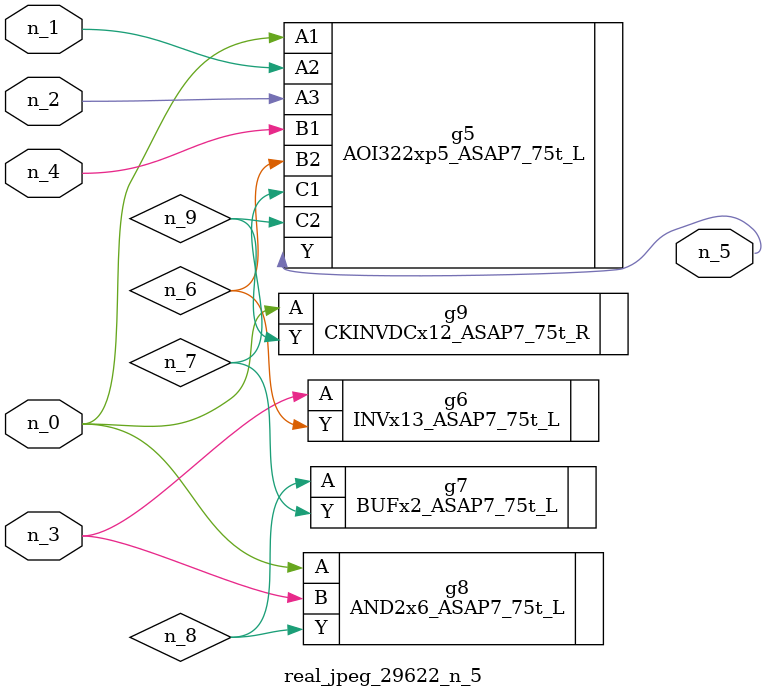
<source format=v>
module real_jpeg_29622_n_5 (n_4, n_0, n_1, n_2, n_3, n_5);

input n_4;
input n_0;
input n_1;
input n_2;
input n_3;

output n_5;

wire n_8;
wire n_6;
wire n_7;
wire n_9;

AOI322xp5_ASAP7_75t_L g5 ( 
.A1(n_0),
.A2(n_1),
.A3(n_2),
.B1(n_4),
.B2(n_6),
.C1(n_7),
.C2(n_9),
.Y(n_5)
);

AND2x6_ASAP7_75t_L g8 ( 
.A(n_0),
.B(n_3),
.Y(n_8)
);

CKINVDCx12_ASAP7_75t_R g9 ( 
.A(n_0),
.Y(n_9)
);

INVx13_ASAP7_75t_L g6 ( 
.A(n_3),
.Y(n_6)
);

BUFx2_ASAP7_75t_L g7 ( 
.A(n_8),
.Y(n_7)
);


endmodule
</source>
